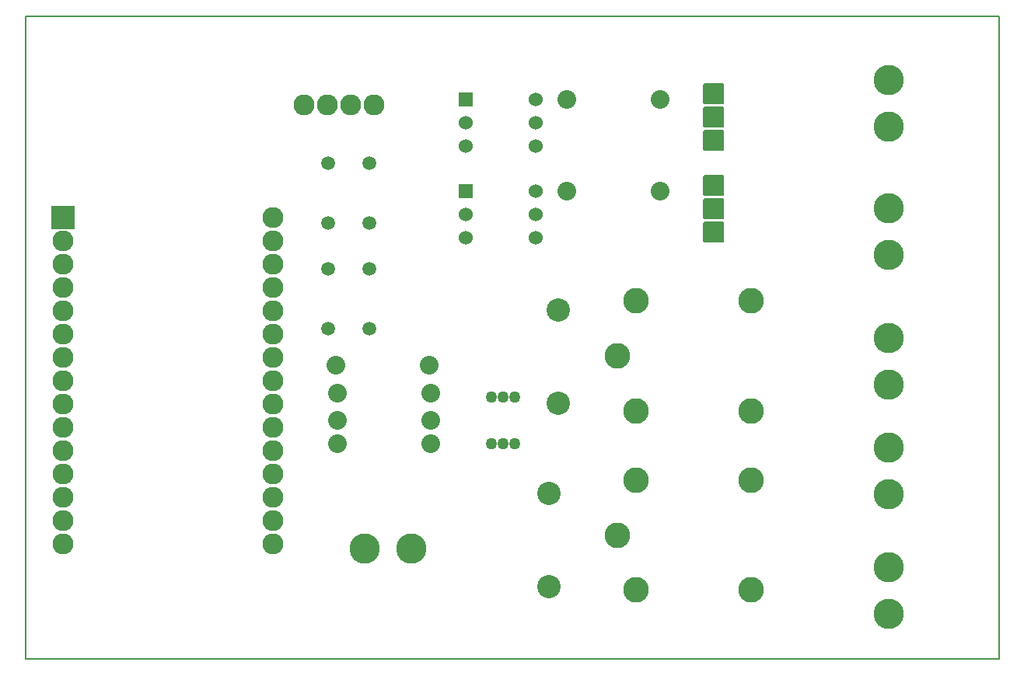
<source format=gbr>
G04 PROTEUS RS274X GERBER FILE*
%FSLAX45Y45*%
%MOMM*%
G01*
%ADD15C,2.032000*%
%ADD18C,1.270000*%
%ADD26C,2.794000*%
%ADD12C,2.540000*%
%ADD27C,3.302000*%
%ADD13C,2.286000*%
%AMPPAD020*
4,1,36,
-1.143000,1.270000,
1.143000,1.270000,
1.168970,1.267470,
1.192980,1.260200,
1.214580,1.248650,
1.233290,1.233290,
1.248650,1.214570,
1.260200,1.192980,
1.267470,1.168970,
1.270000,1.143000,
1.270000,-1.143000,
1.267470,-1.168970,
1.260200,-1.192980,
1.248650,-1.214570,
1.233290,-1.233290,
1.214580,-1.248650,
1.192980,-1.260200,
1.168970,-1.267470,
1.143000,-1.270000,
-1.143000,-1.270000,
-1.168970,-1.267470,
-1.192980,-1.260200,
-1.214580,-1.248650,
-1.233290,-1.233290,
-1.248650,-1.214570,
-1.260200,-1.192980,
-1.267470,-1.168970,
-1.270000,-1.143000,
-1.270000,1.143000,
-1.267470,1.168970,
-1.260200,1.192980,
-1.248650,1.214570,
-1.233290,1.233290,
-1.214580,1.248650,
-1.192980,1.260200,
-1.168970,1.267470,
-1.143000,1.270000,
0*%
%ADD28PPAD020*%
%AMPPAD021*
4,1,36,
0.762000,0.635000,
0.762000,-0.635000,
0.759470,-0.660970,
0.752200,-0.684980,
0.740650,-0.706580,
0.725290,-0.725290,
0.706570,-0.740650,
0.684980,-0.752200,
0.660970,-0.759470,
0.635000,-0.762000,
-0.635000,-0.762000,
-0.660970,-0.759470,
-0.684980,-0.752200,
-0.706570,-0.740650,
-0.725290,-0.725290,
-0.740650,-0.706580,
-0.752200,-0.684980,
-0.759470,-0.660970,
-0.762000,-0.635000,
-0.762000,0.635000,
-0.759470,0.660970,
-0.752200,0.684980,
-0.740650,0.706580,
-0.725290,0.725290,
-0.706570,0.740650,
-0.684980,0.752200,
-0.660970,0.759470,
-0.635000,0.762000,
0.635000,0.762000,
0.660970,0.759470,
0.684980,0.752200,
0.706570,0.740650,
0.725290,0.725290,
0.740650,0.706580,
0.752200,0.684980,
0.759470,0.660970,
0.762000,0.635000,
0*%
%ADD29PPAD021*%
%ADD72C,1.524000*%
%AMPPAD023*
4,1,36,
1.143000,1.016000,
1.143000,-1.016000,
1.140470,-1.041970,
1.133200,-1.065980,
1.121650,-1.087580,
1.106290,-1.106290,
1.087570,-1.121650,
1.065980,-1.133200,
1.041970,-1.140470,
1.016000,-1.143000,
-1.016000,-1.143000,
-1.041970,-1.140470,
-1.065980,-1.133200,
-1.087570,-1.121650,
-1.106290,-1.106290,
-1.121650,-1.087580,
-1.133200,-1.065980,
-1.140470,-1.041970,
-1.143000,-1.016000,
-1.143000,1.016000,
-1.140470,1.041970,
-1.133200,1.065980,
-1.121650,1.087580,
-1.106290,1.106290,
-1.087570,1.121650,
-1.065980,1.133200,
-1.041970,1.140470,
-1.016000,1.143000,
1.016000,1.143000,
1.041970,1.140470,
1.065980,1.133200,
1.087570,1.121650,
1.106290,1.106290,
1.121650,1.087580,
1.133200,1.065980,
1.140470,1.041970,
1.143000,1.016000,
0*%
%ADD73PPAD023*%
%ADD70C,1.500000*%
%ADD71C,0.203200*%
D15*
X-1800000Y-750000D03*
X-784000Y-750000D03*
X-1800000Y-500000D03*
X-784000Y-500000D03*
D18*
X+127000Y-250000D03*
X+0Y-250000D03*
X-127000Y-250000D03*
X+127000Y-750000D03*
X+0Y-750000D03*
X-127000Y-750000D03*
D26*
X+1450000Y+800000D03*
X+1450000Y-400000D03*
X+1250000Y+200000D03*
X+2700000Y-400000D03*
X+2700000Y+800000D03*
X+1450000Y-1150000D03*
X+1450000Y-2350000D03*
X+1250000Y-1750000D03*
X+2700000Y-2350000D03*
X+2700000Y-1150000D03*
D12*
X+600000Y-316000D03*
X+600000Y+700000D03*
X+500000Y-2316000D03*
X+500000Y-1300000D03*
D27*
X+4200000Y-108000D03*
X+4200000Y+400000D03*
X+4200000Y-1308000D03*
X+4200000Y-800000D03*
X+4200000Y-2608000D03*
X+4200000Y-2100000D03*
D13*
X-2162000Y+2938000D03*
X-1908000Y+2938000D03*
X-1654000Y+2938000D03*
X-1400000Y+2938000D03*
D28*
X-4786000Y+1708000D03*
D13*
X-4786000Y+1454000D03*
X-4786000Y+1200000D03*
X-4786000Y+946000D03*
X-4786000Y+692000D03*
X-4786000Y+438000D03*
X-4786000Y+184000D03*
X-4786000Y-70000D03*
X-4786000Y-324000D03*
X-4786000Y-578000D03*
X-4786000Y-832000D03*
X-4786000Y-1086000D03*
X-4786000Y-1340000D03*
X-4786000Y-1594000D03*
X-4786000Y-1848000D03*
X-2500000Y-1848000D03*
X-2500000Y-1594000D03*
X-2500000Y-1340000D03*
X-2500000Y-1086000D03*
X-2500000Y-832000D03*
X-2500000Y-578000D03*
X-2500000Y-324000D03*
X-2500000Y-70000D03*
X-2500000Y+184000D03*
X-2500000Y+438000D03*
X-2500000Y+692000D03*
X-2500000Y+946000D03*
X-2500000Y+1200000D03*
X-2500000Y+1454000D03*
X-2500000Y+1708000D03*
D27*
X-1508000Y-1900000D03*
X-1000000Y-1900000D03*
D15*
X-1816000Y+100000D03*
X-800000Y+100000D03*
X-1800000Y-200000D03*
X-784000Y-200000D03*
D29*
X-400000Y+2000000D03*
D72*
X-400000Y+1746000D03*
X-400000Y+1492000D03*
X+362000Y+1492000D03*
X+362000Y+1746000D03*
X+362000Y+2000000D03*
D29*
X-400000Y+3000000D03*
D72*
X-400000Y+2746000D03*
X-400000Y+2492000D03*
X+362000Y+2492000D03*
X+362000Y+2746000D03*
X+362000Y+3000000D03*
D15*
X+700000Y+2000000D03*
X+1716000Y+2000000D03*
X+700000Y+3000000D03*
X+1716000Y+3000000D03*
D73*
X+2300000Y+2054000D03*
X+2300000Y+1800000D03*
X+2300000Y+1546000D03*
X+2300000Y+3054000D03*
X+2300000Y+2800000D03*
X+2300000Y+2546000D03*
D27*
X+4200000Y+1300000D03*
X+4200000Y+1808000D03*
X+4200000Y+2700000D03*
X+4200000Y+3208000D03*
D70*
X-1900000Y+1650000D03*
X-1900000Y+2300000D03*
X-1450000Y+1650000D03*
X-1450000Y+2300000D03*
X-1900000Y+500000D03*
X-1900000Y+1150000D03*
X-1450000Y+500000D03*
X-1450000Y+1150000D03*
D71*
X-5200000Y-3100000D02*
X+5400000Y-3100000D01*
X+5400000Y+3900000D01*
X-5200000Y+3900000D01*
X-5200000Y-3100000D01*
M02*

</source>
